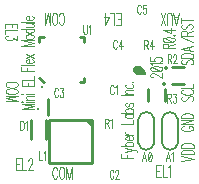
<source format=gto>
G04 DipTrace 2.4.0.2*
%INminiEL.gto*%
%MOMM*%
%ADD10C,0.25*%
%ADD16C,0.152*%
%ADD18O,0.315X0.255*%
%ADD31O,0.312X0.377*%
%ADD33O,0.377X0.312*%
%ADD36O,0.24X0.24*%
%ADD43O,0.863X0.723*%
%ADD69C,0.118*%
%ADD70C,0.111*%
%FSLAX53Y53*%
G04*
G71*
G90*
G75*
G01*
%LNTopSilk*%
%LPD*%
X15493Y19695D2*
D10*
X15058Y20085D1*
D18*
X15336Y19327D3*
X15088Y23115D2*
D10*
Y23505D1*
X15133D2*
X15493D1*
X18538Y23550D2*
X18898Y23535D1*
Y23505D2*
Y23115D1*
X18928Y20085D2*
Y19710D1*
X18523D1*
X19583Y16490D2*
X15908D1*
Y12830D1*
X19583D1*
Y16490D1*
G36*
X19568Y16460D2*
X18953D1*
X19568Y15845D1*
D1*
Y16460D1*
G37*
X15842Y16964D2*
D10*
Y18263D1*
X26342Y20990D2*
X27342D1*
X26342Y19590D2*
X27342D1*
D31*
X25871Y20912D3*
X25740Y19114D2*
D10*
Y18114D1*
X24340Y19114D2*
Y18114D1*
D33*
X25661Y19585D3*
X24846Y14574D2*
D16*
G02X23496Y14574I-675J80D01*
G01*
Y16574D2*
G02X24846Y16574I675J-80D01*
G01*
X23496D2*
Y14574D1*
X24846Y16574D2*
Y14574D1*
X26839Y14565D2*
G02X25489Y14565I-675J80D01*
G01*
Y16565D2*
G02X26839Y16565I675J-80D01*
G01*
X25489D2*
Y14565D1*
X26839Y16565D2*
Y14565D1*
X15635Y16470D2*
D10*
Y14870D1*
X14435Y16470D2*
Y14870D1*
D36*
X15035Y17410D3*
G36*
X24145Y20415D2*
X23512Y21032D1*
X23165Y20548D1*
X23322Y20421D1*
X24145Y20415D1*
G37*
D43*
X23450Y20696D3*
X24028Y20412D2*
D10*
G03X23525Y20928I-586J-68D01*
G01*
X24005Y20398D2*
G02X23385Y20458I-219J970D01*
G01*
X18837Y24546D2*
D69*
Y23999D1*
X18858Y23889D1*
X18902Y23817D1*
X18968Y23780D1*
X19012D1*
X19077Y23817D1*
X19121Y23889D1*
X19143Y23999D1*
Y24546D1*
X19284Y24399D2*
X19328Y24436D1*
X19394Y24545D1*
Y23780D1*
X15079Y13885D2*
Y13119D1*
X15342D1*
X15483Y13738D2*
X15527Y13775D1*
X15592Y13884D1*
Y13119D1*
X20669Y16248D2*
X20865D1*
X20931Y16285D1*
X20953Y16321D1*
X20975Y16393D1*
Y16467D1*
X20953Y16539D1*
X20931Y16576D1*
X20865Y16612D1*
X20669D1*
Y15847D1*
X20822Y16248D2*
X20975Y15847D1*
X21116Y16466D2*
X21160Y16503D1*
X21226Y16611D1*
Y15847D1*
X21412Y19255D2*
X21390Y19327D1*
X21346Y19401D1*
X21303Y19437D1*
X21215D1*
X21171Y19401D1*
X21128Y19327D1*
X21106Y19255D1*
X21084Y19145D1*
Y18963D1*
X21106Y18854D1*
X21128Y18781D1*
X21171Y18708D1*
X21215Y18671D1*
X21303D1*
X21346Y18708D1*
X21390Y18781D1*
X21412Y18854D1*
X21553Y19290D2*
X21597Y19327D1*
X21663Y19436D1*
Y18671D1*
X21383Y12125D2*
X21361Y12197D1*
X21317Y12271D1*
X21273Y12307D1*
X21186D1*
X21142Y12271D1*
X21099Y12197D1*
X21076Y12125D1*
X21055Y12015D1*
Y11833D1*
X21076Y11724D1*
X21099Y11651D1*
X21142Y11578D1*
X21186Y11541D1*
X21273D1*
X21317Y11578D1*
X21361Y11651D1*
X21383Y11724D1*
X21546Y12124D2*
Y12160D1*
X21568Y12233D1*
X21589Y12270D1*
X21633Y12306D1*
X21721D1*
X21764Y12270D1*
X21786Y12233D1*
X21808Y12160D1*
Y12088D1*
X21786Y12014D1*
X21743Y11906D1*
X21524Y11541D1*
X21830D1*
X16698Y19023D2*
X16677Y19096D1*
X16633Y19169D1*
X16589Y19205D1*
X16502D1*
X16458Y19169D1*
X16414Y19096D1*
X16392Y19023D1*
X16370Y18914D1*
Y18731D1*
X16392Y18622D1*
X16414Y18549D1*
X16458Y18477D1*
X16502Y18440D1*
X16589D1*
X16633Y18477D1*
X16677Y18549D1*
X16698Y18622D1*
X16884Y19205D2*
X17124D1*
X16993Y18913D1*
X17058D1*
X17102Y18877D1*
X17124Y18841D1*
X17146Y18731D1*
Y18659D1*
X17124Y18549D1*
X17080Y18476D1*
X17015Y18440D1*
X16949D1*
X16884Y18476D1*
X16862Y18513D1*
X16840Y18585D1*
X21690Y23123D2*
X21668Y23195D1*
X21624Y23269D1*
X21580Y23305D1*
X21493D1*
X21449Y23269D1*
X21406Y23195D1*
X21383Y23123D1*
X21362Y23014D1*
Y22831D1*
X21383Y22722D1*
X21406Y22649D1*
X21449Y22576D1*
X21493Y22539D1*
X21580D1*
X21624Y22576D1*
X21668Y22649D1*
X21690Y22722D1*
X22050Y22539D2*
Y23304D1*
X21831Y22795D1*
X22159D1*
X25975Y21691D2*
X26171D1*
X26237Y21728D1*
X26259Y21765D1*
X26281Y21837D1*
Y21910D1*
X26259Y21983D1*
X26237Y22020D1*
X26171Y22056D1*
X25975D1*
Y21290D1*
X26128Y21691D2*
X26281Y21290D1*
X26445Y21873D2*
Y21909D1*
X26466Y21983D1*
X26488Y22019D1*
X26532Y22055D1*
X26619D1*
X26663Y22019D1*
X26685Y21983D1*
X26707Y21909D1*
Y21837D1*
X26685Y21764D1*
X26641Y21655D1*
X26422Y21290D1*
X26729D1*
X25957Y18376D2*
X26153D1*
X26219Y18413D1*
X26241Y18450D1*
X26263Y18522D1*
Y18595D1*
X26241Y18668D1*
X26219Y18705D1*
X26153Y18741D1*
X25957D1*
Y17975D1*
X26110Y18376D2*
X26263Y17975D1*
X26448Y18740D2*
X26688D1*
X26557Y18449D1*
X26623D1*
X26667Y18413D1*
X26688Y18376D1*
X26711Y18267D1*
Y18194D1*
X26688Y18085D1*
X26645Y18012D1*
X26579Y17975D1*
X26513D1*
X26448Y18012D1*
X26427Y18049D1*
X26404Y18121D1*
X24159Y13010D2*
X23984Y13775D1*
X23809Y13010D1*
X23874Y13265D2*
X24093D1*
X24432Y13775D2*
X24366Y13738D1*
X24322Y13629D1*
X24300Y13447D1*
Y13337D1*
X24322Y13155D1*
X24366Y13046D1*
X24432Y13010D1*
X24475D1*
X24541Y13046D1*
X24584Y13155D1*
X24606Y13337D1*
Y13447D1*
X24584Y13629D1*
X24541Y13738D1*
X24475Y13775D1*
X24432D1*
X24584Y13629D2*
X24322Y13155D1*
X26150Y13017D2*
X25975Y13783D1*
X25800Y13017D1*
X25866Y13273D2*
X26084D1*
X26291Y13637D2*
X26335Y13674D1*
X26401Y13782D1*
Y13017D1*
X13485Y16437D2*
Y15671D1*
X13638D1*
X13704Y15708D1*
X13748Y15781D1*
X13770Y15854D1*
X13792Y15963D1*
Y16145D1*
X13770Y16255D1*
X13748Y16327D1*
X13704Y16401D1*
X13638Y16437D1*
X13485D1*
X13933Y16290D2*
X13977Y16327D1*
X14042Y16436D1*
Y15671D1*
X24001Y22875D2*
X24198D1*
X24264Y22912D1*
X24286Y22948D1*
X24308Y23020D1*
Y23094D1*
X24286Y23166D1*
X24264Y23203D1*
X24198Y23239D1*
X24001D1*
Y22474D1*
X24154Y22875D2*
X24308Y22474D1*
X24668D2*
Y23238D1*
X24449Y22729D1*
X24777D1*
X23722Y26087D2*
X23700Y26159D1*
X23656Y26233D1*
X23612Y26269D1*
X23525D1*
X23481Y26233D1*
X23438Y26159D1*
X23415Y26087D1*
X23394Y25977D1*
Y25795D1*
X23415Y25686D1*
X23438Y25613D1*
X23481Y25540D1*
X23525Y25503D1*
X23612D1*
X23656Y25540D1*
X23700Y25613D1*
X23722Y25686D1*
X24125Y26268D2*
X23907D1*
X23885Y25940D1*
X23907Y25976D1*
X23972Y26014D1*
X24038D1*
X24103Y25976D1*
X24147Y25904D1*
X24169Y25795D1*
Y25722D1*
X24147Y25613D1*
X24103Y25539D1*
X24038Y25503D1*
X23972D1*
X23907Y25539D1*
X23885Y25576D1*
X23863Y25649D1*
X14663Y17893D2*
D70*
X13642D1*
X14663Y17659D1*
X13642Y17426D1*
X14663D1*
X13642Y18026D2*
X13690Y18055D1*
X13642Y18085D1*
X13592Y18055D1*
X13642Y18026D1*
X13982Y18055D2*
X14663D1*
X13982Y18218D2*
X14663D1*
X14176D2*
X14030Y18306D1*
X13982Y18364D1*
Y18451D1*
X14030Y18510D1*
X14176Y18539D1*
X14663D1*
X13642Y18672D2*
X13690Y18701D1*
X13642Y18731D1*
X13592Y18701D1*
X13642Y18672D1*
X13982Y18701D2*
X14663D1*
X13642Y19780D2*
Y19402D1*
X14663D1*
Y19780D1*
X14128Y19402D2*
Y19635D1*
X13642Y19914D2*
X14663D1*
Y20263D1*
X13595Y21029D2*
Y20649D1*
X14616D1*
X14081D2*
Y20882D1*
X13595Y21162D2*
X14616D1*
X14227Y21295D2*
Y21645D1*
X14130D1*
X14032Y21616D1*
X13984Y21587D1*
X13935Y21528D1*
Y21441D1*
X13984Y21383D1*
X14081Y21324D1*
X14227Y21295D1*
X14324D1*
X14470Y21324D1*
X14566Y21383D1*
X14616Y21441D1*
Y21528D1*
X14566Y21587D1*
X14470Y21645D1*
X13935Y21778D2*
X14616Y22099D1*
X13935D2*
X14616Y21778D1*
Y23236D2*
X13595D1*
X14616Y23003D1*
X13595Y22770D1*
X14616D1*
X13935Y23515D2*
X13984Y23457D1*
X14081Y23399D1*
X14227Y23370D1*
X14324D1*
X14470Y23399D1*
X14566Y23457D1*
X14616Y23515D1*
Y23603D1*
X14566Y23662D1*
X14470Y23719D1*
X14324Y23749D1*
X14227D1*
X14081Y23719D1*
X13984Y23662D1*
X13935Y23603D1*
Y23515D1*
X13595Y24232D2*
X14616D1*
X14081D2*
X13984Y24174D1*
X13935Y24116D1*
Y24028D1*
X13984Y23970D1*
X14081Y23911D1*
X14227Y23882D1*
X14324D1*
X14470Y23911D1*
X14566Y23970D1*
X14616Y24028D1*
Y24116D1*
X14566Y24174D1*
X14470Y24232D1*
X13935Y24366D2*
X14422D1*
X14566Y24394D1*
X14616Y24453D1*
Y24541D1*
X14566Y24599D1*
X14422Y24686D1*
X13935D2*
X14616D1*
X13595Y24820D2*
X14616D1*
X14227Y24953D2*
Y25303D1*
X14130D1*
X14032Y25274D1*
X13984Y25245D1*
X13935Y25186D1*
Y25098D1*
X13984Y25041D1*
X14081Y24982D1*
X14227Y24953D1*
X14324D1*
X14470Y24982D1*
X14566Y25041D1*
X14616Y25098D1*
Y25186D1*
X14566Y25245D1*
X14470Y25303D1*
X26022Y22557D2*
Y22820D1*
X25973Y22907D1*
X25924Y22937D1*
X25828Y22966D1*
X25730D1*
X25634Y22937D1*
X25584Y22907D1*
X25536Y22820D1*
Y22557D1*
X26557D1*
X26022Y22762D2*
X26557Y22966D1*
X25537Y23274D2*
X25585Y23187D1*
X25731Y23128D1*
X25974Y23099D1*
X26120D1*
X26362Y23128D1*
X26508Y23187D1*
X26557Y23274D1*
Y23332D1*
X26508Y23420D1*
X26362Y23478D1*
X26120Y23507D1*
X25974D1*
X25731Y23478D1*
X25585Y23420D1*
X25537Y23332D1*
Y23274D1*
X25731Y23478D2*
X26362Y23128D1*
X26459Y23670D2*
X26508Y23641D1*
X26557Y23670D1*
X26508Y23699D1*
X26459Y23670D1*
X26557Y24124D2*
X25537D1*
X26216Y23833D1*
Y24270D1*
X24731Y20114D2*
X24683D1*
X24585Y20143D1*
X24537Y20172D1*
X24488Y20231D1*
Y20347D1*
X24537Y20405D1*
X24585Y20434D1*
X24683Y20464D1*
X24779D1*
X24877Y20434D1*
X25022Y20376D1*
X25508Y20085D1*
Y20493D1*
X24488Y20802D2*
X24537Y20714D1*
X24683Y20655D1*
X24925Y20626D1*
X25071D1*
X25314Y20655D1*
X25460Y20714D1*
X25508Y20802D1*
Y20860D1*
X25460Y20947D1*
X25314Y21005D1*
X25071Y21035D1*
X24925D1*
X24683Y21005D1*
X24537Y20947D1*
X24488Y20860D1*
Y20802D1*
X24683Y21005D2*
X25314Y20655D1*
X24683Y21168D2*
X24633Y21227D1*
X24488Y21314D1*
X25508D1*
X24488Y21797D2*
Y21506D1*
X24925Y21477D1*
X24877Y21506D1*
X24827Y21594D1*
Y21681D1*
X24877Y21768D1*
X24973Y21827D1*
X25119Y21856D1*
X25216D1*
X25362Y21827D1*
X25460Y21768D1*
X25508Y21681D1*
Y21594D1*
X25460Y21506D1*
X25410Y21477D1*
X25314Y21448D1*
X22038Y13651D2*
Y13271D1*
X23059D1*
X22524D2*
Y13505D1*
X22378Y13814D2*
X23059Y13988D1*
X23253Y13930D1*
X23351Y13872D1*
X23399Y13814D1*
Y13784D1*
X22378Y14163D2*
X23059Y13988D1*
X22038Y14297D2*
X23059D1*
X22524D2*
X22426Y14355D1*
X22378Y14413D1*
Y14501D1*
X22426Y14559D1*
X22524Y14618D1*
X22670Y14647D1*
X22767D1*
X22913Y14618D1*
X23009Y14559D1*
X23059Y14501D1*
Y14413D1*
X23009Y14355D1*
X22913Y14297D1*
X22670Y14780D2*
Y15130D1*
X22572D1*
X22475Y15101D1*
X22426Y15072D1*
X22378Y15013D1*
Y14925D1*
X22426Y14867D1*
X22524Y14809D1*
X22670Y14780D1*
X22767D1*
X22913Y14809D1*
X23009Y14867D1*
X23059Y14925D1*
Y15013D1*
X23009Y15072D1*
X22913Y15130D1*
X22378Y15263D2*
X23059D1*
X22670D2*
X22524Y15293D1*
X22426Y15351D1*
X22378Y15409D1*
Y15497D1*
X22038Y16168D2*
X23059D1*
Y16517D1*
X22378Y17001D2*
X23059D1*
X22524D2*
X22426Y16943D1*
X22378Y16884D1*
Y16797D1*
X22426Y16738D1*
X22524Y16680D1*
X22670Y16651D1*
X22767D1*
X22913Y16680D1*
X23009Y16738D1*
X23059Y16797D1*
Y16884D1*
X23009Y16943D1*
X22913Y17001D1*
X22038Y17134D2*
X23059D1*
X22524D2*
X22426Y17192D1*
X22378Y17250D1*
Y17338D1*
X22426Y17396D1*
X22524Y17455D1*
X22670Y17484D1*
X22767D1*
X22913Y17455D1*
X23009Y17396D1*
X23059Y17338D1*
Y17250D1*
X23009Y17192D1*
X22913Y17134D1*
X22524Y17938D2*
X22426Y17909D1*
X22378Y17821D1*
Y17733D1*
X22426Y17646D1*
X22524Y17617D1*
X22621Y17646D1*
X22670Y17705D1*
X22718Y17850D1*
X22767Y17909D1*
X22864Y17938D1*
X22913D1*
X23009Y17909D1*
X23059Y17821D1*
Y17733D1*
X23009Y17646D1*
X22913Y17617D1*
X22038Y18609D2*
X23059D1*
X22378Y18742D2*
X23059D1*
X22572D2*
X22426Y18830D1*
X22378Y18888D1*
Y18975D1*
X22426Y19034D1*
X22572Y19063D1*
X23059D1*
X22524Y19546D2*
X22426Y19488D1*
X22378Y19429D1*
Y19342D1*
X22426Y19284D1*
X22524Y19226D1*
X22670Y19196D1*
X22767D1*
X22913Y19226D1*
X23009Y19284D1*
X23059Y19342D1*
Y19429D1*
X23009Y19488D1*
X22913Y19546D1*
X22961Y19709D2*
X23010Y19680D1*
X23059Y19709D1*
X23010Y19738D1*
X22961Y19709D1*
X27142Y12996D2*
X28163Y13230D1*
X27142Y13463D1*
Y13596D2*
X28163D1*
Y13800D1*
X28114Y13888D1*
X28017Y13946D1*
X27919Y13975D1*
X27775Y14004D1*
X27531D1*
X27385Y13975D1*
X27288Y13946D1*
X27191Y13888D1*
X27142Y13800D1*
Y13596D1*
Y14138D2*
X28163D1*
Y14342D1*
X28114Y14429D1*
X28017Y14488D1*
X27919Y14517D1*
X27775Y14546D1*
X27531D1*
X27385Y14517D1*
X27288Y14488D1*
X27191Y14429D1*
X27142Y14342D1*
Y14138D1*
X27355Y15992D2*
X27259Y15963D1*
X27161Y15904D1*
X27113Y15846D1*
Y15730D1*
X27161Y15671D1*
X27259Y15613D1*
X27355Y15583D1*
X27501Y15554D1*
X27745D1*
X27890Y15583D1*
X27988Y15613D1*
X28084Y15671D1*
X28134Y15730D1*
Y15846D1*
X28084Y15904D1*
X27988Y15963D1*
X27890Y15992D1*
X27745D1*
Y15846D1*
X27113Y16533D2*
X28134D1*
X27113Y16125D1*
X28134D1*
X27113Y16667D2*
X28134D1*
Y16871D1*
X28084Y16958D1*
X27988Y17017D1*
X27890Y17046D1*
X27745Y17075D1*
X27501D1*
X27355Y17046D1*
X27259Y17017D1*
X27161Y16958D1*
X27113Y16871D1*
Y16667D1*
X27275Y18519D2*
X27178Y18461D1*
X27129Y18373D1*
Y18257D1*
X27178Y18169D1*
X27275Y18110D1*
X27372D1*
X27470Y18140D1*
X27518Y18169D1*
X27566Y18227D1*
X27664Y18402D1*
X27712Y18461D1*
X27762Y18490D1*
X27858Y18519D1*
X28004D1*
X28101Y18461D1*
X28150Y18373D1*
Y18257D1*
X28101Y18169D1*
X28004Y18110D1*
X27372Y19089D2*
X27275Y19060D1*
X27178Y19002D1*
X27129Y18944D1*
Y18827D1*
X27178Y18769D1*
X27275Y18711D1*
X27372Y18681D1*
X27518Y18652D1*
X27762D1*
X27907Y18681D1*
X28004Y18711D1*
X28101Y18769D1*
X28150Y18827D1*
Y18944D1*
X28101Y19002D1*
X28004Y19060D1*
X27907Y19089D1*
X27129Y19223D2*
X28150D1*
Y19572D1*
X27257Y21634D2*
X27159Y21576D1*
X27111Y21488D1*
Y21372D1*
X27159Y21284D1*
X27257Y21226D1*
X27353D1*
X27451Y21255D1*
X27499Y21284D1*
X27547Y21342D1*
X27645Y21517D1*
X27693Y21576D1*
X27743Y21605D1*
X27839Y21634D1*
X27985D1*
X28082Y21576D1*
X28131Y21488D1*
Y21372D1*
X28082Y21284D1*
X27985Y21226D1*
X27111Y21767D2*
X28131D1*
Y21971D1*
X28082Y22059D1*
X27985Y22118D1*
X27888Y22147D1*
X27743Y22176D1*
X27499D1*
X27353Y22147D1*
X27257Y22118D1*
X27159Y22059D1*
X27111Y21971D1*
Y21767D1*
X28131Y22776D2*
X27111Y22542D1*
X28131Y22309D1*
X27791Y22397D2*
Y22688D1*
X28121Y23111D2*
X27102Y23519D1*
X27587Y23653D2*
Y23915D1*
X27537Y24002D1*
X27489Y24032D1*
X27392Y24061D1*
X27295D1*
X27198Y24032D1*
X27149Y24002D1*
X27100Y23915D1*
Y23653D1*
X28121D1*
X27587Y23857D2*
X28121Y24061D1*
X27246Y24603D2*
X27149Y24545D1*
X27100Y24457D1*
Y24340D1*
X27149Y24253D1*
X27246Y24194D1*
X27343D1*
X27441Y24224D1*
X27489Y24253D1*
X27537Y24311D1*
X27635Y24486D1*
X27683Y24545D1*
X27733Y24574D1*
X27829Y24603D1*
X27975D1*
X28072Y24545D1*
X28121Y24457D1*
Y24340D1*
X28072Y24253D1*
X27975Y24194D1*
X27100Y24940D2*
X28121D1*
X27100Y24736D2*
Y25144D1*
X26452Y25600D2*
X26686Y24579D1*
X26919Y25600D1*
X26832Y25259D2*
X26540D1*
X26319Y24579D2*
Y25308D1*
X26290Y25454D1*
X26231Y25550D1*
X26144Y25600D1*
X26086D1*
X25998Y25550D1*
X25940Y25454D1*
X25911Y25308D1*
Y24579D1*
X25777D2*
X25369Y25600D1*
Y24579D2*
X25777Y25600D1*
X25402Y12710D2*
X25023D1*
Y11689D1*
X25402D1*
X25023Y12224D2*
X25257D1*
X25536Y12710D2*
Y11689D1*
X25885D1*
X26019Y12515D2*
X26077Y12564D1*
X26165Y12709D1*
Y11689D1*
X13528Y13264D2*
X13149D1*
Y12243D1*
X13528D1*
X13149Y12777D2*
X13382D1*
X13661Y13264D2*
Y12243D1*
X14011D1*
X14174Y13020D2*
Y13068D1*
X14203Y13166D1*
X14232Y13214D1*
X14290Y13263D1*
X14407D1*
X14465Y13214D1*
X14494Y13166D1*
X14524Y13068D1*
Y12972D1*
X14494Y12874D1*
X14436Y12729D1*
X14144Y12243D1*
X14553D1*
X13253Y24264D2*
Y24643D1*
X12233D1*
Y24264D1*
X12767Y24643D2*
Y24409D1*
X13253Y24131D2*
X12233D1*
Y23781D1*
X13252Y23589D2*
Y23269D1*
X12864Y23443D1*
Y23356D1*
X12815Y23298D1*
X12767Y23269D1*
X12621Y23239D1*
X12525D1*
X12379Y23269D1*
X12281Y23327D1*
X12233Y23414D1*
Y23502D1*
X12281Y23589D1*
X12330Y23618D1*
X12427Y23648D1*
X21600Y24541D2*
X21979D1*
Y25562D1*
X21600D1*
X21979Y25027D2*
X21746D1*
X21467Y24541D2*
Y25562D1*
X21117D1*
X20692D2*
Y24542D1*
X20984Y25222D1*
X20546D1*
X16769Y24792D2*
X16798Y24695D1*
X16856Y24597D1*
X16914Y24549D1*
X17031D1*
X17089Y24597D1*
X17147Y24695D1*
X17177Y24792D1*
X17206Y24938D1*
Y25181D1*
X17177Y25326D1*
X17147Y25424D1*
X17089Y25521D1*
X17031Y25570D1*
X16914D1*
X16856Y25521D1*
X16798Y25424D1*
X16769Y25326D1*
X16460Y24549D2*
X16519Y24597D1*
X16577Y24695D1*
X16606Y24792D1*
X16635Y24938D1*
Y25181D1*
X16606Y25326D1*
X16577Y25424D1*
X16519Y25521D1*
X16460Y25570D1*
X16344D1*
X16286Y25521D1*
X16227Y25424D1*
X16198Y25326D1*
X16169Y25181D1*
Y24938D1*
X16198Y24792D1*
X16227Y24695D1*
X16286Y24597D1*
X16344Y24549D1*
X16460D1*
X15569Y25570D2*
Y24549D1*
X15803Y25570D1*
X16036Y24549D1*
Y25570D1*
X13032Y19303D2*
X13129Y19332D1*
X13226Y19390D1*
X13275Y19448D1*
Y19565D1*
X13226Y19623D1*
X13129Y19681D1*
X13032Y19711D1*
X12886Y19740D1*
X12642D1*
X12497Y19711D1*
X12400Y19681D1*
X12303Y19623D1*
X12254Y19565D1*
Y19448D1*
X12303Y19390D1*
X12400Y19332D1*
X12497Y19303D1*
X13275Y18994D2*
X13226Y19053D1*
X13129Y19111D1*
X13032Y19140D1*
X12886Y19169D1*
X12642D1*
X12497Y19140D1*
X12400Y19111D1*
X12303Y19053D1*
X12254Y18994D1*
Y18878D1*
X12303Y18820D1*
X12400Y18761D1*
X12497Y18732D1*
X12642Y18703D1*
X12886D1*
X13032Y18732D1*
X13129Y18761D1*
X13226Y18820D1*
X13275Y18878D1*
Y18994D1*
X12254Y18103D2*
X13275D1*
X12254Y18337D1*
X13275Y18570D1*
X12254D1*
X16635Y12289D2*
X16606Y12386D1*
X16547Y12483D1*
X16489Y12532D1*
X16373D1*
X16314Y12483D1*
X16256Y12386D1*
X16227Y12289D1*
X16198Y12143D1*
Y11899D1*
X16227Y11754D1*
X16256Y11657D1*
X16314Y11560D1*
X16373Y11511D1*
X16489D1*
X16547Y11560D1*
X16606Y11657D1*
X16635Y11754D1*
X16943Y12532D2*
X16885Y12483D1*
X16827Y12386D1*
X16797Y12289D1*
X16768Y12143D1*
Y11899D1*
X16797Y11754D1*
X16827Y11657D1*
X16885Y11560D1*
X16943Y11511D1*
X17060D1*
X17118Y11560D1*
X17177Y11657D1*
X17206Y11754D1*
X17234Y11899D1*
Y12143D1*
X17206Y12289D1*
X17177Y12386D1*
X17118Y12483D1*
X17060Y12532D1*
X16943D1*
X17834Y11511D2*
Y12532D1*
X17601Y11511D1*
X17368Y12532D1*
Y11511D1*
M02*

</source>
